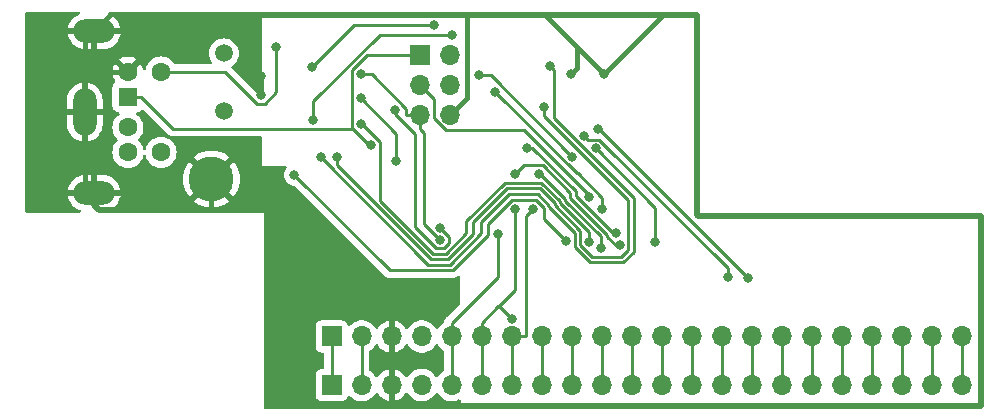
<source format=gbr>
%TF.GenerationSoftware,KiCad,Pcbnew,7.0.10*%
%TF.CreationDate,2024-06-09T02:47:37+01:00*%
%TF.ProjectId,Electron-PS2Slim,456c6563-7472-46f6-9e2d-505332536c69,rev?*%
%TF.SameCoordinates,Original*%
%TF.FileFunction,Copper,L2,Bot*%
%TF.FilePolarity,Positive*%
%FSLAX46Y46*%
G04 Gerber Fmt 4.6, Leading zero omitted, Abs format (unit mm)*
G04 Created by KiCad (PCBNEW 7.0.10) date 2024-06-09 02:47:37*
%MOMM*%
%LPD*%
G01*
G04 APERTURE LIST*
%TA.AperFunction,ComponentPad*%
%ADD10C,3.800000*%
%TD*%
%TA.AperFunction,ComponentPad*%
%ADD11R,1.700000X1.700000*%
%TD*%
%TA.AperFunction,ComponentPad*%
%ADD12O,1.700000X1.700000*%
%TD*%
%TA.AperFunction,ComponentPad*%
%ADD13R,1.600000X1.600000*%
%TD*%
%TA.AperFunction,ComponentPad*%
%ADD14C,1.600000*%
%TD*%
%TA.AperFunction,ComponentPad*%
%ADD15O,3.500000X2.000000*%
%TD*%
%TA.AperFunction,ComponentPad*%
%ADD16O,2.000000X4.000000*%
%TD*%
%TA.AperFunction,ComponentPad*%
%ADD17C,1.500000*%
%TD*%
%TA.AperFunction,ViaPad*%
%ADD18C,0.800000*%
%TD*%
%TA.AperFunction,Conductor*%
%ADD19C,0.500000*%
%TD*%
%TA.AperFunction,Conductor*%
%ADD20C,0.400000*%
%TD*%
%TA.AperFunction,Conductor*%
%ADD21C,0.250000*%
%TD*%
G04 APERTURE END LIST*
D10*
%TO.P,H9,1,1*%
%TO.N,GND*%
X38575000Y-96225000D03*
%TD*%
D11*
%TO.P,CP1,1,Pin_1*%
%TO.N,!RST*%
X48755000Y-113650000D03*
D12*
%TO.P,CP1,2,Pin_2*%
%TO.N,CAPSLOCK*%
X51295000Y-113650000D03*
%TO.P,CP1,3,Pin_3*%
%TO.N,GND*%
X53835000Y-113650000D03*
%TO.P,CP1,4,Pin_4*%
%TO.N,+5V*%
X56375000Y-113650000D03*
%TO.P,CP1,5,Pin_5*%
%TO.N,/ROW0*%
X58915000Y-113650000D03*
%TO.P,CP1,6,Pin_6*%
%TO.N,/ROW1*%
X61455000Y-113650000D03*
%TO.P,CP1,7,Pin_7*%
%TO.N,/ROW2*%
X63995000Y-113650000D03*
%TO.P,CP1,8,Pin_8*%
%TO.N,/ROW3*%
X66535000Y-113650000D03*
%TO.P,CP1,9,Pin_9*%
%TO.N,/A13*%
X69075000Y-113650000D03*
%TO.P,CP1,10,Pin_10*%
%TO.N,/A12*%
X71615000Y-113650000D03*
%TO.P,CP1,11,Pin_11*%
%TO.N,/A11*%
X74155000Y-113650000D03*
%TO.P,CP1,12,Pin_12*%
%TO.N,/A10*%
X76695000Y-113650000D03*
%TO.P,CP1,13,Pin_13*%
%TO.N,/A9*%
X79235000Y-113650000D03*
%TO.P,CP1,14,Pin_14*%
%TO.N,/A8*%
X81775000Y-113650000D03*
%TO.P,CP1,15,Pin_15*%
%TO.N,/A7*%
X84315000Y-113650000D03*
%TO.P,CP1,16,Pin_16*%
%TO.N,/A6*%
X86855000Y-113650000D03*
%TO.P,CP1,17,Pin_17*%
%TO.N,/A5*%
X89395000Y-113650000D03*
%TO.P,CP1,18,Pin_18*%
%TO.N,/A0*%
X91935000Y-113650000D03*
%TO.P,CP1,19,Pin_19*%
%TO.N,/A1*%
X94475000Y-113650000D03*
%TO.P,CP1,20,Pin_20*%
%TO.N,/A2*%
X97015000Y-113650000D03*
%TO.P,CP1,21,Pin_21*%
%TO.N,/A3*%
X99555000Y-113650000D03*
%TO.P,CP1,22,Pin_22*%
%TO.N,/A4*%
X102095000Y-113650000D03*
%TD*%
D11*
%TO.P,CP2,1,Pin_1*%
%TO.N,!RST*%
X48755000Y-109550000D03*
D12*
%TO.P,CP2,2,Pin_2*%
%TO.N,CAPSLOCK*%
X51295000Y-109550000D03*
%TO.P,CP2,3,Pin_3*%
%TO.N,GND*%
X53835000Y-109550000D03*
%TO.P,CP2,4,Pin_4*%
%TO.N,+5V*%
X56375000Y-109550000D03*
%TO.P,CP2,5,Pin_5*%
%TO.N,/ROW0*%
X58915000Y-109550000D03*
%TO.P,CP2,6,Pin_6*%
%TO.N,/ROW1*%
X61455000Y-109550000D03*
%TO.P,CP2,7,Pin_7*%
%TO.N,/ROW2*%
X63995000Y-109550000D03*
%TO.P,CP2,8,Pin_8*%
%TO.N,/ROW3*%
X66535000Y-109550000D03*
%TO.P,CP2,9,Pin_9*%
%TO.N,/A13*%
X69075000Y-109550000D03*
%TO.P,CP2,10,Pin_10*%
%TO.N,/A12*%
X71615000Y-109550000D03*
%TO.P,CP2,11,Pin_11*%
%TO.N,/A11*%
X74155000Y-109550000D03*
%TO.P,CP2,12,Pin_12*%
%TO.N,/A10*%
X76695000Y-109550000D03*
%TO.P,CP2,13,Pin_13*%
%TO.N,/A9*%
X79235000Y-109550000D03*
%TO.P,CP2,14,Pin_14*%
%TO.N,/A8*%
X81775000Y-109550000D03*
%TO.P,CP2,15,Pin_15*%
%TO.N,/A7*%
X84315000Y-109550000D03*
%TO.P,CP2,16,Pin_16*%
%TO.N,/A6*%
X86855000Y-109550000D03*
%TO.P,CP2,17,Pin_17*%
%TO.N,/A5*%
X89395000Y-109550000D03*
%TO.P,CP2,18,Pin_18*%
%TO.N,/A0*%
X91935000Y-109550000D03*
%TO.P,CP2,19,Pin_19*%
%TO.N,/A1*%
X94475000Y-109550000D03*
%TO.P,CP2,20,Pin_20*%
%TO.N,/A2*%
X97015000Y-109550000D03*
%TO.P,CP2,21,Pin_21*%
%TO.N,/A3*%
X99555000Y-109550000D03*
%TO.P,CP2,22,Pin_22*%
%TO.N,/A4*%
X102095000Y-109550000D03*
%TD*%
D11*
%TO.P,J800,1,Pin_1*%
%TO.N,ADMISO*%
X56200000Y-85700000D03*
D12*
%TO.P,J800,2,Pin_2*%
%TO.N,+5V*%
X58740000Y-85700000D03*
%TO.P,J800,3,Pin_3*%
%TO.N,ADSCK*%
X56200000Y-88240000D03*
%TO.P,J800,4,Pin_4*%
%TO.N,ADMOSI*%
X58740000Y-88240000D03*
%TO.P,J800,5,Pin_5*%
%TO.N,ADRESET*%
X56200000Y-90780000D03*
%TO.P,J800,6,Pin_6*%
%TO.N,GND*%
X58740000Y-90780000D03*
%TD*%
D13*
%TO.P,J804,1*%
%TO.N,ADMISO*%
X31500000Y-89250000D03*
D14*
%TO.P,J804,2*%
%TO.N,unconnected-(J804-Pad2)*%
X31500000Y-91850000D03*
%TO.P,J804,3*%
%TO.N,GND*%
X31500000Y-87150000D03*
%TO.P,J804,4*%
%TO.N,+5V*%
X31500000Y-93950000D03*
%TO.P,J804,5*%
%TO.N,PS2-CLK*%
X34300000Y-87150000D03*
%TO.P,J804,6*%
%TO.N,unconnected-(J804-Pad6)*%
X34300000Y-93950000D03*
D15*
%TO.P,J804,7*%
%TO.N,GND*%
X28650000Y-97400000D03*
D16*
X27850000Y-90550000D03*
D15*
X28650000Y-83700000D03*
%TD*%
D17*
%TO.P,Y800,1,1*%
%TO.N,Net-(IC800-XTAL1{slash}PB6)*%
X39625000Y-85575000D03*
%TO.P,Y800,2,2*%
%TO.N,Net-(IC800-XTAL2{slash}PB7)*%
X39625000Y-90455000D03*
%TD*%
D18*
%TO.N,GND*%
X69050000Y-87325000D03*
X42750000Y-89099500D03*
X42749500Y-87500000D03*
X42950000Y-97975500D03*
X71775000Y-87325000D03*
%TO.N,PS2-CLK*%
X44062500Y-85003900D03*
%TO.N,Net-(IC800-AREF)*%
X54235800Y-94684800D03*
X51227400Y-89397500D03*
%TO.N,/ROW0*%
X62800500Y-100889300D03*
%TO.N,AY2*%
X68600000Y-101499000D03*
X45600000Y-95882700D03*
%TO.N,/ROW1*%
X64270800Y-98744200D03*
X63988500Y-108041800D03*
%TO.N,/ROW2*%
X65791600Y-98770100D03*
%TO.N,AX0*%
X51226100Y-91525000D03*
X70515100Y-101509400D03*
%TO.N,AX1*%
X49214500Y-94355300D03*
X66686900Y-90094000D03*
%TO.N,AX2*%
X67200000Y-86675000D03*
X47858000Y-94375200D03*
%TO.N,AY0*%
X47189200Y-91219800D03*
X58962700Y-84018300D03*
%TO.N,/COL0*%
X71515300Y-102048900D03*
X66282300Y-95788600D03*
%TO.N,/COL1*%
X64309700Y-95814200D03*
X73136300Y-101841600D03*
%TO.N,/COL3*%
X71110600Y-93615900D03*
X76152599Y-101547401D03*
%TO.N,/COL4*%
X65253900Y-93559000D03*
X72822800Y-100824200D03*
%TO.N,/COL5*%
X70121900Y-92600100D03*
X82286800Y-104520400D03*
%TO.N,BREAK*%
X57956400Y-100349900D03*
X54098800Y-90350200D03*
%TO.N,/COL12*%
X71280200Y-92025000D03*
X84012800Y-104629300D03*
%TO.N,MTSTROBE*%
X47112900Y-86700000D03*
X57419300Y-83167700D03*
%TO.N,ADMOSI*%
X62608800Y-88827500D03*
X71645100Y-98744900D03*
%TO.N,ADMISO*%
X52075800Y-93322600D03*
%TO.N,ADSCK*%
X70500700Y-97727200D03*
%TO.N,ADRESET*%
X57931100Y-101350100D03*
X51219300Y-87357000D03*
%TO.N,MTDATA*%
X69121000Y-94314100D03*
X61200000Y-87450000D03*
%TD*%
D19*
%TO.N,GND*%
X103700000Y-99325000D02*
X79750000Y-99325000D01*
D20*
X42749500Y-89099000D02*
X42750000Y-89099500D01*
X42950000Y-98675000D02*
X42800000Y-98825000D01*
D19*
X79675000Y-99250000D02*
X79675000Y-82300000D01*
D20*
X27850000Y-87125000D02*
X27850000Y-84500000D01*
D19*
X103700000Y-115400000D02*
X103700000Y-99325000D01*
D20*
X77850000Y-82250000D02*
X77900000Y-82300000D01*
X38575000Y-96225000D02*
X38575000Y-98825000D01*
X71775000Y-87325000D02*
X76850000Y-82250000D01*
D19*
X28650000Y-98450000D02*
X28650000Y-97400000D01*
X43250000Y-98825000D02*
X43250000Y-115400000D01*
X29025000Y-98825000D02*
X28650000Y-98450000D01*
D20*
X69525000Y-86850000D02*
X69050000Y-87325000D01*
D19*
X53625000Y-115400000D02*
X53835000Y-115190000D01*
X42800000Y-98825000D02*
X43250000Y-98825000D01*
X38575000Y-98825000D02*
X29025000Y-98825000D01*
D20*
X69525000Y-85075000D02*
X71775000Y-87325000D01*
X27850000Y-90550000D02*
X27850000Y-96600000D01*
X30100000Y-82250000D02*
X42600000Y-82250000D01*
X42600000Y-87350500D02*
X42749500Y-87500000D01*
D19*
X53835000Y-109550000D02*
X53835000Y-113650000D01*
D20*
X27875000Y-87150000D02*
X27850000Y-87125000D01*
D19*
X77900000Y-82300000D02*
X40925000Y-82300000D01*
D20*
X42749500Y-87500000D02*
X42749500Y-89099000D01*
X60200000Y-89320000D02*
X60200000Y-82250000D01*
X42950000Y-97975500D02*
X42950000Y-98675000D01*
D19*
X79675000Y-82300000D02*
X77900000Y-82300000D01*
D20*
X76850000Y-82250000D02*
X77850000Y-82250000D01*
D19*
X53625000Y-115400000D02*
X103700000Y-115400000D01*
D20*
X60200000Y-82250000D02*
X66700000Y-82250000D01*
X31500000Y-87150000D02*
X27875000Y-87150000D01*
D19*
X79750000Y-99325000D02*
X79675000Y-99250000D01*
D20*
X66700000Y-82250000D02*
X69525000Y-85075000D01*
X42600000Y-82250000D02*
X60200000Y-82250000D01*
D19*
X38575000Y-98825000D02*
X42800000Y-98825000D01*
D20*
X28650000Y-83700000D02*
X30100000Y-82250000D01*
X27850000Y-90550000D02*
X27850000Y-87125000D01*
X58740000Y-90780000D02*
X60200000Y-89320000D01*
X27850000Y-84500000D02*
X28650000Y-83700000D01*
X69525000Y-85075000D02*
X69525000Y-86850000D01*
D19*
X53835000Y-115190000D02*
X53835000Y-113650000D01*
D20*
X27850000Y-96600000D02*
X28650000Y-97400000D01*
D19*
X43250000Y-115400000D02*
X53625000Y-115400000D01*
D20*
X42600000Y-82250000D02*
X42600000Y-87350500D01*
D21*
%TO.N,CAPSLOCK*%
X51295000Y-109550000D02*
X51295000Y-113650000D01*
%TO.N,/A13*%
X69075000Y-109550000D02*
X69075000Y-113650000D01*
%TO.N,/A12*%
X71615000Y-109550000D02*
X71615000Y-113650000D01*
%TO.N,/A11*%
X74155000Y-109550000D02*
X74155000Y-113650000D01*
%TO.N,/A10*%
X76695000Y-109550000D02*
X76695000Y-113650000D01*
%TO.N,/A9*%
X79235000Y-109550000D02*
X79235000Y-113650000D01*
%TO.N,PS2-CLK*%
X44062500Y-88850700D02*
X43081000Y-89832200D01*
X39704200Y-87150000D02*
X34300000Y-87150000D01*
X42386400Y-89832200D02*
X39704200Y-87150000D01*
X44062500Y-85003900D02*
X44062500Y-88850700D01*
X43081000Y-89832200D02*
X42386400Y-89832200D01*
%TO.N,Net-(IC800-AREF)*%
X54235800Y-92405900D02*
X51227400Y-89397500D01*
X54235800Y-94684800D02*
X54235800Y-92405900D01*
%TO.N,/ROW0*%
X58915000Y-109550000D02*
X58915000Y-113650000D01*
X58915000Y-109550000D02*
X58915000Y-108374900D01*
X58915000Y-108374900D02*
X62800500Y-104489400D01*
X62800500Y-104489400D02*
X62800500Y-100889300D01*
%TO.N,AY2*%
X61950900Y-100011200D02*
X63986000Y-97976100D01*
X61950900Y-100999300D02*
X61950900Y-100011200D01*
X53674900Y-103957600D02*
X58992600Y-103957600D01*
X66716700Y-99615700D02*
X68600000Y-101499000D01*
X58992600Y-103957600D02*
X61950900Y-100999300D01*
X45600000Y-95882700D02*
X53674900Y-103957600D01*
X66028900Y-97976100D02*
X66716700Y-98663900D01*
X63986000Y-97976100D02*
X66028900Y-97976100D01*
X66716700Y-98663900D02*
X66716700Y-99615700D01*
%TO.N,/ROW1*%
X64270800Y-105609900D02*
X64270800Y-98744200D01*
X62862900Y-106967000D02*
X62913700Y-106967000D01*
X61455000Y-109550000D02*
X61455000Y-108374900D01*
X62913700Y-106967000D02*
X64270800Y-105609900D01*
X62913700Y-106967000D02*
X63988500Y-108041800D01*
X61455000Y-108374900D02*
X62862900Y-106967000D01*
X61455000Y-113650000D02*
X61455000Y-109550000D01*
%TO.N,/ROW2*%
X65170100Y-99391600D02*
X65791600Y-98770100D01*
X63995000Y-109550000D02*
X63995000Y-113650000D01*
X65170100Y-109550000D02*
X65170100Y-99391600D01*
X63995000Y-109550000D02*
X65170100Y-109550000D01*
%TO.N,AX0*%
X51303700Y-91525000D02*
X52831700Y-93053000D01*
X60150500Y-100816200D02*
X60150500Y-99810300D01*
X63417700Y-96543100D02*
X66507900Y-96543100D01*
X68067000Y-98228600D02*
X70515100Y-100676700D01*
X58408500Y-102558200D02*
X60150500Y-100816200D01*
X51226100Y-91525000D02*
X51303700Y-91525000D01*
X68067000Y-98102200D02*
X68067000Y-98228600D01*
X66507900Y-96543100D02*
X68067000Y-98102200D01*
X70515100Y-100676700D02*
X70515100Y-101509400D01*
X57343900Y-102558200D02*
X58408500Y-102558200D01*
X60150500Y-99810300D02*
X63417700Y-96543100D01*
X52831700Y-93053000D02*
X52831700Y-98046000D01*
X52831700Y-98046000D02*
X57343900Y-102558200D01*
%TO.N,/A8*%
X81775000Y-109550000D02*
X81775000Y-113650000D01*
%TO.N,/ROW3*%
X66535000Y-109550000D02*
X66535000Y-113650000D01*
%TO.N,AX1*%
X73861400Y-98029000D02*
X66686900Y-90854500D01*
X60746300Y-100863600D02*
X60746300Y-99864000D01*
X66686900Y-90854500D02*
X66686900Y-90094000D01*
X70765400Y-102801500D02*
X73253200Y-102801500D01*
X67616900Y-98415100D02*
X69790000Y-100588200D01*
X69790000Y-101826100D02*
X70765400Y-102801500D01*
X66347300Y-97020700D02*
X67616900Y-98290300D01*
X73861400Y-102193300D02*
X73861400Y-98029000D01*
X69790000Y-100588200D02*
X69790000Y-101826100D01*
X49214500Y-94355300D02*
X49214500Y-95065500D01*
X57157400Y-103008400D02*
X58601500Y-103008400D01*
X73253200Y-102801500D02*
X73861400Y-102193300D01*
X67616900Y-98290300D02*
X67616900Y-98415100D01*
X60746300Y-99864000D02*
X63589600Y-97020700D01*
X49214500Y-95065500D02*
X57157400Y-103008400D01*
X63589600Y-97020700D02*
X66347300Y-97020700D01*
X58601500Y-103008400D02*
X60746300Y-100863600D01*
%TO.N,AX2*%
X74323500Y-102398000D02*
X73450300Y-103271200D01*
X69339900Y-100774700D02*
X67166800Y-98601600D01*
X56941400Y-103458600D02*
X47858000Y-94375200D01*
X63757800Y-97515400D02*
X61421400Y-99851800D01*
X74323500Y-97854400D02*
X74323500Y-102398000D01*
X67166800Y-98476900D02*
X66205300Y-97515400D01*
X70598400Y-103271200D02*
X69339900Y-102012700D01*
X67200000Y-86675000D02*
X67540500Y-87015500D01*
X67540500Y-87015500D02*
X67540500Y-91071400D01*
X73450300Y-103271200D02*
X70598400Y-103271200D01*
X67166800Y-98601600D02*
X67166800Y-98476900D01*
X61421400Y-100825100D02*
X58787900Y-103458600D01*
X69339900Y-102012700D02*
X69339900Y-100774700D01*
X58787900Y-103458600D02*
X56941400Y-103458600D01*
X66205300Y-97515400D02*
X63757800Y-97515400D01*
X67540500Y-91071400D02*
X74323500Y-97854400D01*
X61421400Y-99851800D02*
X61421400Y-100825100D01*
%TO.N,AY0*%
X52800400Y-84018300D02*
X58962700Y-84018300D01*
X47189200Y-91219800D02*
X47189200Y-89629500D01*
X47189200Y-89629500D02*
X52800400Y-84018300D01*
%TO.N,/A7*%
X84315000Y-109550000D02*
X84315000Y-113650000D01*
%TO.N,/COL0*%
X68517100Y-98042100D02*
X68517100Y-97915700D01*
X71515300Y-102048900D02*
X71515300Y-101040300D01*
X66390000Y-95788600D02*
X66282300Y-95788600D01*
X68517100Y-97915700D02*
X66390000Y-95788600D01*
X71515300Y-101040300D02*
X68517100Y-98042100D01*
%TO.N,/A6*%
X86855000Y-109550000D02*
X86855000Y-113650000D01*
%TO.N,/A5*%
X89395000Y-109550000D02*
X89395000Y-113650000D01*
%TO.N,/A0*%
X91935000Y-109550000D02*
X91935000Y-113650000D01*
%TO.N,/A1*%
X94475000Y-109550000D02*
X94475000Y-113650000D01*
%TO.N,/A2*%
X97015000Y-109550000D02*
X97015000Y-113650000D01*
%TO.N,/A3*%
X99555000Y-109550000D02*
X99555000Y-113650000D01*
%TO.N,/A4*%
X102095000Y-109550000D02*
X102095000Y-113650000D01*
%TO.N,/COL1*%
X73136300Y-101841600D02*
X73136300Y-101841500D01*
X72097700Y-101124400D02*
X72097700Y-100986100D01*
X73136300Y-101841500D02*
X72814800Y-101841500D01*
X65060600Y-95063300D02*
X64309700Y-95814200D01*
X72814800Y-101841500D02*
X72097700Y-101124400D01*
X68967200Y-97412500D02*
X66618000Y-95063300D01*
X68967200Y-97855600D02*
X68967200Y-97412500D01*
X66618000Y-95063300D02*
X65060600Y-95063300D01*
X72097700Y-100986100D02*
X68967200Y-97855600D01*
%TO.N,!RST*%
X48755000Y-109550000D02*
X48755000Y-113650000D01*
%TO.N,/COL3*%
X76152599Y-101547401D02*
X76152599Y-98657899D01*
X76152599Y-98657899D02*
X71110600Y-93615900D01*
%TO.N,/COL4*%
X69418200Y-97670100D02*
X72572300Y-100824200D01*
X72572300Y-100824200D02*
X72822800Y-100824200D01*
X65253900Y-93559000D02*
X65750300Y-93559000D01*
X69418200Y-97226900D02*
X69418200Y-97670100D01*
X65750300Y-93559000D02*
X69418200Y-97226900D01*
%TO.N,/COL5*%
X70412500Y-92890700D02*
X71418100Y-92890700D01*
X82286800Y-103759400D02*
X82286800Y-104520400D01*
X71418100Y-92890700D02*
X82286800Y-103759400D01*
X70121900Y-92600100D02*
X70412500Y-92890700D01*
%TO.N,BREAK*%
X57561100Y-102077700D02*
X55797000Y-100313600D01*
X55797000Y-100313600D02*
X55797000Y-92404400D01*
X55797000Y-92404400D02*
X54098800Y-90706200D01*
X58229200Y-102077700D02*
X57561100Y-102077700D01*
X54098800Y-90706200D02*
X54098800Y-90350200D01*
X57956400Y-100349900D02*
X58698700Y-101092200D01*
X58698700Y-101608200D02*
X58229200Y-102077700D01*
X58698700Y-101092200D02*
X58698700Y-101608200D01*
%TO.N,/COL12*%
X84012800Y-104629300D02*
X71408500Y-92025000D01*
X71408500Y-92025000D02*
X71280200Y-92025000D01*
%TO.N,MTSTROBE*%
X50645200Y-83167700D02*
X47112900Y-86700000D01*
X57419300Y-83167700D02*
X50645200Y-83167700D01*
%TO.N,ADMOSI*%
X69511900Y-95730600D02*
X62608800Y-88827500D01*
X71645100Y-97791600D02*
X69584100Y-95730600D01*
X69584100Y-95730600D02*
X69511900Y-95730600D01*
X71645100Y-98744900D02*
X71645100Y-97791600D01*
%TO.N,ADMISO*%
X50490000Y-86981600D02*
X51771600Y-85700000D01*
X35353000Y-91977900D02*
X32625100Y-89250000D01*
X50394400Y-91977900D02*
X35353000Y-91977900D01*
X50490000Y-91882300D02*
X51930300Y-93322600D01*
X51771600Y-85700000D02*
X56200000Y-85700000D01*
X31500000Y-89250000D02*
X32625100Y-89250000D01*
X50490000Y-91882300D02*
X50490000Y-86981600D01*
X51930300Y-93322600D02*
X52075800Y-93322600D01*
X50490000Y-91882300D02*
X50394400Y-91977900D01*
%TO.N,ADSCK*%
X65004300Y-92106400D02*
X70500700Y-97602800D01*
X56200000Y-88240000D02*
X57375100Y-89415100D01*
X58404600Y-92106400D02*
X65004300Y-92106400D01*
X57375100Y-89415100D02*
X57375100Y-91076900D01*
X57375100Y-91076900D02*
X58404600Y-92106400D01*
X70500700Y-97602800D02*
X70500700Y-97727200D01*
%TO.N,ADRESET*%
X56200000Y-90780000D02*
X56200000Y-91955100D01*
X55024900Y-90780000D02*
X55024900Y-90250800D01*
X55024900Y-90250800D02*
X52131100Y-87357000D01*
X57931100Y-101350100D02*
X56571300Y-99990300D01*
X56200000Y-90780000D02*
X55024900Y-90780000D01*
X56571300Y-99990300D02*
X56571300Y-92326400D01*
X52131100Y-87357000D02*
X51219300Y-87357000D01*
X56571300Y-92326400D02*
X56200000Y-91955100D01*
%TO.N,MTDATA*%
X61200000Y-87450000D02*
X62256900Y-87450000D01*
X62256900Y-87450000D02*
X69121000Y-94314100D01*
%TD*%
%TA.AperFunction,Conductor*%
%TO.N,GND*%
G36*
X27401966Y-82070185D02*
G01*
X27447721Y-82122989D01*
X27457665Y-82192147D01*
X27428640Y-82255703D01*
X27384737Y-82288056D01*
X27183632Y-82376267D01*
X26975521Y-82512232D01*
X26792635Y-82680592D01*
X26792626Y-82680602D01*
X26639948Y-82876762D01*
X26639942Y-82876771D01*
X26521635Y-83095385D01*
X26521630Y-83095396D01*
X26440916Y-83330507D01*
X26420976Y-83449999D01*
X26420978Y-83450000D01*
X27466314Y-83450000D01*
X27440507Y-83490156D01*
X27400000Y-83628111D01*
X27400000Y-83771889D01*
X27440507Y-83909844D01*
X27466314Y-83950000D01*
X26420977Y-83950000D01*
X26440916Y-84069492D01*
X26521630Y-84304603D01*
X26521635Y-84304614D01*
X26639942Y-84523228D01*
X26639948Y-84523237D01*
X26792626Y-84719397D01*
X26792635Y-84719407D01*
X26975522Y-84887767D01*
X26975521Y-84887767D01*
X27183632Y-85023732D01*
X27411282Y-85123587D01*
X27652261Y-85184612D01*
X27652269Y-85184614D01*
X27837945Y-85199999D01*
X27837961Y-85200000D01*
X28400000Y-85200000D01*
X28400000Y-84200000D01*
X28900000Y-84200000D01*
X28900000Y-85200000D01*
X29462039Y-85200000D01*
X29462054Y-85199999D01*
X29647730Y-85184614D01*
X29647738Y-85184612D01*
X29888717Y-85123587D01*
X30116367Y-85023732D01*
X30324478Y-84887767D01*
X30507364Y-84719407D01*
X30507373Y-84719397D01*
X30660051Y-84523237D01*
X30660057Y-84523228D01*
X30778364Y-84304614D01*
X30778369Y-84304603D01*
X30859083Y-84069492D01*
X30879023Y-83950000D01*
X29833686Y-83950000D01*
X29859493Y-83909844D01*
X29900000Y-83771889D01*
X29900000Y-83628111D01*
X29859493Y-83490156D01*
X29833686Y-83450000D01*
X30879022Y-83450000D01*
X30879023Y-83449999D01*
X30859083Y-83330507D01*
X30778369Y-83095396D01*
X30778364Y-83095385D01*
X30660057Y-82876771D01*
X30660051Y-82876762D01*
X30507373Y-82680602D01*
X30507364Y-82680592D01*
X30324477Y-82512232D01*
X30324478Y-82512232D01*
X30116367Y-82376267D01*
X29915263Y-82288056D01*
X29861777Y-82243100D01*
X29841087Y-82176364D01*
X29859761Y-82109037D01*
X29911871Y-82062493D01*
X29965073Y-82050500D01*
X42751000Y-82050500D01*
X42818039Y-82070185D01*
X42863794Y-82122989D01*
X42875000Y-82174500D01*
X42875000Y-89074700D01*
X42855315Y-89141739D01*
X42802511Y-89187494D01*
X42751000Y-89198700D01*
X42700166Y-89198700D01*
X42633127Y-89179015D01*
X42612485Y-89162381D01*
X40280279Y-86830174D01*
X40246794Y-86768851D01*
X40251778Y-86699159D01*
X40293650Y-86643226D01*
X40296779Y-86640959D01*
X40437038Y-86542749D01*
X40592749Y-86387038D01*
X40719056Y-86206654D01*
X40812120Y-86007076D01*
X40869115Y-85794371D01*
X40888307Y-85575000D01*
X40869115Y-85355629D01*
X40812120Y-85142924D01*
X40719056Y-84943347D01*
X40719054Y-84943344D01*
X40719053Y-84943342D01*
X40655902Y-84853154D01*
X40592749Y-84762962D01*
X40437038Y-84607251D01*
X40256654Y-84480944D01*
X40256650Y-84480942D01*
X40057081Y-84387882D01*
X40057079Y-84387881D01*
X40057076Y-84387880D01*
X39905777Y-84347339D01*
X39844372Y-84330885D01*
X39844365Y-84330884D01*
X39625002Y-84311693D01*
X39624998Y-84311693D01*
X39405634Y-84330884D01*
X39405627Y-84330885D01*
X39192920Y-84387881D01*
X38993346Y-84480944D01*
X38993342Y-84480946D01*
X38812967Y-84607247D01*
X38812960Y-84607252D01*
X38657252Y-84762960D01*
X38657247Y-84762967D01*
X38530946Y-84943342D01*
X38530944Y-84943346D01*
X38437881Y-85142920D01*
X38380885Y-85355627D01*
X38380884Y-85355634D01*
X38361693Y-85574997D01*
X38361693Y-85575002D01*
X38380633Y-85791500D01*
X38380885Y-85794371D01*
X38437880Y-86007076D01*
X38437881Y-86007079D01*
X38437882Y-86007081D01*
X38530942Y-86206650D01*
X38530943Y-86206652D01*
X38611274Y-86321376D01*
X38633601Y-86387582D01*
X38616591Y-86455350D01*
X38565643Y-86503163D01*
X38509699Y-86516500D01*
X35518352Y-86516500D01*
X35451313Y-86496815D01*
X35416779Y-86463626D01*
X35306198Y-86305700D01*
X35144300Y-86143802D01*
X34956749Y-86012477D01*
X34956745Y-86012475D01*
X34749249Y-85915718D01*
X34749238Y-85915714D01*
X34528089Y-85856457D01*
X34528081Y-85856456D01*
X34300002Y-85836502D01*
X34299998Y-85836502D01*
X34071918Y-85856456D01*
X34071910Y-85856457D01*
X33850761Y-85915714D01*
X33850750Y-85915718D01*
X33643254Y-86012475D01*
X33643252Y-86012476D01*
X33572856Y-86061767D01*
X33455700Y-86143802D01*
X33455698Y-86143803D01*
X33455695Y-86143806D01*
X33293806Y-86305695D01*
X33293803Y-86305698D01*
X33293802Y-86305700D01*
X33211767Y-86422856D01*
X33162476Y-86493252D01*
X33162475Y-86493254D01*
X33065718Y-86700750D01*
X33065714Y-86700762D01*
X33015375Y-86888630D01*
X32979010Y-86948290D01*
X32916163Y-86978819D01*
X32846787Y-86970524D01*
X32792909Y-86926039D01*
X32775825Y-86888629D01*
X32726269Y-86703682D01*
X32726264Y-86703668D01*
X32630136Y-86497521D01*
X32630132Y-86497513D01*
X32579025Y-86424526D01*
X31897953Y-87105597D01*
X31885165Y-87024852D01*
X31827641Y-86911955D01*
X31738045Y-86822359D01*
X31625148Y-86764835D01*
X31544401Y-86752046D01*
X32225472Y-86070974D01*
X32152478Y-86019863D01*
X31946331Y-85923735D01*
X31946317Y-85923730D01*
X31726610Y-85864860D01*
X31726599Y-85864858D01*
X31500002Y-85845034D01*
X31499998Y-85845034D01*
X31273400Y-85864858D01*
X31273389Y-85864860D01*
X31053682Y-85923730D01*
X31053673Y-85923734D01*
X30847516Y-86019866D01*
X30847512Y-86019868D01*
X30774526Y-86070973D01*
X30774526Y-86070974D01*
X31455599Y-86752046D01*
X31374852Y-86764835D01*
X31261955Y-86822359D01*
X31172359Y-86911955D01*
X31114835Y-87024852D01*
X31102046Y-87105598D01*
X30420974Y-86424526D01*
X30420973Y-86424526D01*
X30369868Y-86497512D01*
X30369866Y-86497516D01*
X30273734Y-86703673D01*
X30273730Y-86703682D01*
X30214860Y-86923389D01*
X30214858Y-86923400D01*
X30195034Y-87149997D01*
X30195034Y-87150002D01*
X30214858Y-87376599D01*
X30214860Y-87376610D01*
X30273730Y-87596317D01*
X30273734Y-87596326D01*
X30369865Y-87802482D01*
X30420160Y-87874309D01*
X30442487Y-87940515D01*
X30425477Y-88008283D01*
X30392897Y-88044699D01*
X30336739Y-88086738D01*
X30249111Y-88203795D01*
X30198011Y-88340795D01*
X30198011Y-88340797D01*
X30191500Y-88401345D01*
X30191500Y-90098654D01*
X30198011Y-90159202D01*
X30198011Y-90159204D01*
X30242452Y-90278351D01*
X30249111Y-90296204D01*
X30336739Y-90413261D01*
X30453796Y-90500889D01*
X30590799Y-90551989D01*
X30618050Y-90554918D01*
X30651345Y-90558499D01*
X30651362Y-90558500D01*
X30669876Y-90558500D01*
X30736915Y-90578185D01*
X30782670Y-90630989D01*
X30792614Y-90700147D01*
X30763589Y-90763703D01*
X30741004Y-90784071D01*
X30655700Y-90843802D01*
X30655698Y-90843803D01*
X30655695Y-90843806D01*
X30493806Y-91005695D01*
X30362476Y-91193252D01*
X30362475Y-91193254D01*
X30265718Y-91400750D01*
X30265714Y-91400761D01*
X30206457Y-91621910D01*
X30206456Y-91621918D01*
X30186502Y-91849998D01*
X30186502Y-91850001D01*
X30206456Y-92078081D01*
X30206457Y-92078089D01*
X30265714Y-92299238D01*
X30265718Y-92299249D01*
X30339076Y-92456566D01*
X30362477Y-92506749D01*
X30493802Y-92694300D01*
X30493806Y-92694304D01*
X30611821Y-92812319D01*
X30645306Y-92873642D01*
X30640322Y-92943334D01*
X30611821Y-92987681D01*
X30493806Y-93105695D01*
X30493803Y-93105698D01*
X30493802Y-93105700D01*
X30411767Y-93222856D01*
X30362476Y-93293252D01*
X30362475Y-93293254D01*
X30265718Y-93500750D01*
X30265714Y-93500761D01*
X30206457Y-93721910D01*
X30206456Y-93721918D01*
X30186502Y-93949998D01*
X30186502Y-93950001D01*
X30206456Y-94178081D01*
X30206457Y-94178089D01*
X30265714Y-94399238D01*
X30265718Y-94399249D01*
X30310308Y-94494872D01*
X30362477Y-94606749D01*
X30493802Y-94794300D01*
X30655700Y-94956198D01*
X30843251Y-95087523D01*
X30955714Y-95139965D01*
X31050750Y-95184281D01*
X31050752Y-95184281D01*
X31050757Y-95184284D01*
X31271913Y-95243543D01*
X31434832Y-95257796D01*
X31499998Y-95263498D01*
X31500000Y-95263498D01*
X31500002Y-95263498D01*
X31557021Y-95258509D01*
X31728087Y-95243543D01*
X31949243Y-95184284D01*
X32156749Y-95087523D01*
X32344300Y-94956198D01*
X32506198Y-94794300D01*
X32637523Y-94606749D01*
X32734284Y-94399243D01*
X32780225Y-94227788D01*
X32816590Y-94168129D01*
X32879437Y-94137600D01*
X32948813Y-94145895D01*
X33002690Y-94190380D01*
X33019775Y-94227789D01*
X33065714Y-94399238D01*
X33065718Y-94399249D01*
X33110308Y-94494872D01*
X33162477Y-94606749D01*
X33293802Y-94794300D01*
X33455700Y-94956198D01*
X33643251Y-95087523D01*
X33755714Y-95139965D01*
X33850750Y-95184281D01*
X33850752Y-95184281D01*
X33850757Y-95184284D01*
X34071913Y-95243543D01*
X34234832Y-95257796D01*
X34299998Y-95263498D01*
X34300000Y-95263498D01*
X34300002Y-95263498D01*
X34357021Y-95258509D01*
X34528087Y-95243543D01*
X34749243Y-95184284D01*
X34956749Y-95087523D01*
X35144300Y-94956198D01*
X35306198Y-94794300D01*
X35437523Y-94606749D01*
X35534284Y-94399243D01*
X35593543Y-94178087D01*
X35613498Y-93950000D01*
X35593543Y-93721913D01*
X35534284Y-93500757D01*
X35437523Y-93293251D01*
X35306198Y-93105700D01*
X35144300Y-92943802D01*
X34956749Y-92812477D01*
X34956410Y-92812319D01*
X34749249Y-92715718D01*
X34749238Y-92715714D01*
X34528089Y-92656457D01*
X34528081Y-92656456D01*
X34300002Y-92636502D01*
X34299998Y-92636502D01*
X34071918Y-92656456D01*
X34071910Y-92656457D01*
X33850761Y-92715714D01*
X33850750Y-92715718D01*
X33643254Y-92812475D01*
X33643252Y-92812476D01*
X33643251Y-92812477D01*
X33455700Y-92943802D01*
X33455698Y-92943803D01*
X33455695Y-92943806D01*
X33293806Y-93105695D01*
X33293803Y-93105698D01*
X33293802Y-93105700D01*
X33211767Y-93222856D01*
X33162476Y-93293252D01*
X33162475Y-93293254D01*
X33065718Y-93500750D01*
X33065714Y-93500761D01*
X33019775Y-93672210D01*
X32983410Y-93731870D01*
X32920563Y-93762399D01*
X32851187Y-93754104D01*
X32797309Y-93709619D01*
X32780225Y-93672210D01*
X32734285Y-93500761D01*
X32734281Y-93500750D01*
X32637524Y-93293254D01*
X32637523Y-93293252D01*
X32637523Y-93293251D01*
X32506198Y-93105700D01*
X32388179Y-92987681D01*
X32354694Y-92926358D01*
X32359678Y-92856666D01*
X32388179Y-92812319D01*
X32427063Y-92773435D01*
X32506198Y-92694300D01*
X32637523Y-92506749D01*
X32734284Y-92299243D01*
X32793543Y-92078087D01*
X32813498Y-91850000D01*
X32793543Y-91621913D01*
X32734284Y-91400757D01*
X32708004Y-91344400D01*
X32677974Y-91280000D01*
X32637523Y-91193251D01*
X32506198Y-91005700D01*
X32344300Y-90843802D01*
X32258998Y-90784073D01*
X32215375Y-90729497D01*
X32208183Y-90659999D01*
X32239705Y-90597644D01*
X32299935Y-90562231D01*
X32330124Y-90558500D01*
X32348638Y-90558500D01*
X32348654Y-90558499D01*
X32375692Y-90555591D01*
X32409201Y-90551989D01*
X32546204Y-90500889D01*
X32663261Y-90413261D01*
X32675624Y-90396745D01*
X32731553Y-90354875D01*
X32801245Y-90349889D01*
X32862566Y-90383370D01*
X32862571Y-90383375D01*
X34845910Y-92366714D01*
X34855816Y-92379078D01*
X34856026Y-92378905D01*
X34860997Y-92384913D01*
X34861000Y-92384918D01*
X34910701Y-92431590D01*
X34913465Y-92434269D01*
X34933230Y-92454034D01*
X34936504Y-92456573D01*
X34945370Y-92464147D01*
X34977678Y-92494486D01*
X34995567Y-92504320D01*
X35011833Y-92515004D01*
X35027959Y-92527513D01*
X35068616Y-92545107D01*
X35079107Y-92550246D01*
X35117940Y-92571595D01*
X35137718Y-92576673D01*
X35156119Y-92582973D01*
X35174855Y-92591081D01*
X35218630Y-92598013D01*
X35230045Y-92600378D01*
X35272970Y-92611400D01*
X35293384Y-92611400D01*
X35312783Y-92612927D01*
X35332943Y-92616120D01*
X35377057Y-92611950D01*
X35388726Y-92611400D01*
X42751000Y-92611400D01*
X42818039Y-92631085D01*
X42863794Y-92683889D01*
X42875000Y-92735400D01*
X42875000Y-95100000D01*
X44803731Y-95100000D01*
X44870770Y-95119685D01*
X44916525Y-95172489D01*
X44926469Y-95241647D01*
X44897444Y-95305203D01*
X44895881Y-95306972D01*
X44860959Y-95345757D01*
X44765473Y-95511143D01*
X44765470Y-95511150D01*
X44727842Y-95626959D01*
X44706458Y-95692772D01*
X44686496Y-95882700D01*
X44706458Y-96072628D01*
X44706459Y-96072631D01*
X44765470Y-96254249D01*
X44765473Y-96254256D01*
X44860960Y-96419644D01*
X44988747Y-96561566D01*
X45143248Y-96673818D01*
X45317712Y-96751494D01*
X45504513Y-96791200D01*
X45561234Y-96791200D01*
X45628273Y-96810885D01*
X45648914Y-96827518D01*
X49411510Y-100590115D01*
X53167812Y-104346417D01*
X53177716Y-104358778D01*
X53177926Y-104358605D01*
X53182897Y-104364613D01*
X53182900Y-104364618D01*
X53232585Y-104411275D01*
X53235349Y-104413954D01*
X53255123Y-104433729D01*
X53255127Y-104433732D01*
X53255130Y-104433735D01*
X53258412Y-104436281D01*
X53267272Y-104443849D01*
X53299579Y-104474186D01*
X53299581Y-104474187D01*
X53317462Y-104484017D01*
X53333729Y-104494702D01*
X53349860Y-104507215D01*
X53370057Y-104515954D01*
X53390525Y-104524810D01*
X53401004Y-104529944D01*
X53439840Y-104551295D01*
X53459616Y-104556372D01*
X53478023Y-104562674D01*
X53496755Y-104570781D01*
X53540530Y-104577713D01*
X53551945Y-104580078D01*
X53594870Y-104591100D01*
X53615284Y-104591100D01*
X53634683Y-104592627D01*
X53654843Y-104595820D01*
X53698957Y-104591650D01*
X53710626Y-104591100D01*
X58908966Y-104591100D01*
X58924713Y-104592838D01*
X58924739Y-104592568D01*
X58932505Y-104593301D01*
X58932509Y-104593302D01*
X59000617Y-104591160D01*
X59004513Y-104591100D01*
X59032458Y-104591100D01*
X59032460Y-104591099D01*
X59033862Y-104590922D01*
X59036549Y-104590583D01*
X59048208Y-104589664D01*
X59092489Y-104588273D01*
X59112081Y-104582580D01*
X59131138Y-104578632D01*
X59151397Y-104576074D01*
X59192606Y-104559757D01*
X59203643Y-104555979D01*
X59246193Y-104543618D01*
X59263765Y-104533225D01*
X59281232Y-104524668D01*
X59300217Y-104517152D01*
X59336061Y-104491108D01*
X59345830Y-104484692D01*
X59383962Y-104462142D01*
X59395720Y-104450382D01*
X59457041Y-104416894D01*
X59526733Y-104421875D01*
X59582669Y-104463743D01*
X59607090Y-104529206D01*
X59607404Y-104537305D01*
X59620687Y-106721187D01*
X59601410Y-106788345D01*
X59584370Y-106809622D01*
X58526179Y-107867814D01*
X58513820Y-107877718D01*
X58513993Y-107877927D01*
X58507982Y-107882900D01*
X58461338Y-107932569D01*
X58458633Y-107935360D01*
X58438873Y-107955121D01*
X58438858Y-107955138D01*
X58436317Y-107958413D01*
X58428753Y-107967267D01*
X58398420Y-107999571D01*
X58398412Y-107999581D01*
X58388579Y-108017467D01*
X58377903Y-108033720D01*
X58365386Y-108049857D01*
X58365385Y-108049860D01*
X58347785Y-108090529D01*
X58342648Y-108101015D01*
X58321303Y-108139841D01*
X58321303Y-108139842D01*
X58316225Y-108159620D01*
X58309925Y-108178022D01*
X58301818Y-108196757D01*
X58294888Y-108240509D01*
X58292520Y-108251945D01*
X58279560Y-108302425D01*
X58276671Y-108301683D01*
X58254323Y-108352919D01*
X58218254Y-108382385D01*
X58169425Y-108408810D01*
X58169420Y-108408813D01*
X57991761Y-108547092D01*
X57991756Y-108547097D01*
X57839284Y-108712723D01*
X57839276Y-108712734D01*
X57748808Y-108851206D01*
X57695662Y-108896562D01*
X57626431Y-108905986D01*
X57563095Y-108876484D01*
X57541192Y-108851206D01*
X57450723Y-108712734D01*
X57450715Y-108712723D01*
X57298243Y-108547097D01*
X57298238Y-108547092D01*
X57178371Y-108453795D01*
X57120576Y-108408811D01*
X57120575Y-108408810D01*
X57120572Y-108408808D01*
X56922580Y-108301661D01*
X56922577Y-108301659D01*
X56922574Y-108301658D01*
X56922571Y-108301657D01*
X56922569Y-108301656D01*
X56709637Y-108228556D01*
X56487569Y-108191500D01*
X56262431Y-108191500D01*
X56040362Y-108228556D01*
X55827430Y-108301656D01*
X55827419Y-108301661D01*
X55629427Y-108408808D01*
X55629422Y-108408812D01*
X55451761Y-108547092D01*
X55451756Y-108547097D01*
X55299284Y-108712723D01*
X55299276Y-108712734D01*
X55205251Y-108856650D01*
X55152105Y-108902007D01*
X55082873Y-108911430D01*
X55019538Y-108881928D01*
X54999868Y-108859951D01*
X54873113Y-108678926D01*
X54873108Y-108678920D01*
X54706082Y-108511894D01*
X54512578Y-108376399D01*
X54298492Y-108276570D01*
X54298486Y-108276567D01*
X54085000Y-108219364D01*
X54085000Y-109114498D01*
X53977315Y-109065320D01*
X53870763Y-109050000D01*
X53799237Y-109050000D01*
X53692685Y-109065320D01*
X53585000Y-109114498D01*
X53585000Y-108219364D01*
X53584999Y-108219364D01*
X53371513Y-108276567D01*
X53371507Y-108276570D01*
X53157422Y-108376399D01*
X53157420Y-108376400D01*
X52963926Y-108511886D01*
X52963920Y-108511891D01*
X52796891Y-108678920D01*
X52796890Y-108678922D01*
X52670131Y-108859952D01*
X52615554Y-108903577D01*
X52546055Y-108910769D01*
X52483701Y-108879247D01*
X52464752Y-108856656D01*
X52370722Y-108712732D01*
X52370715Y-108712725D01*
X52370715Y-108712723D01*
X52218243Y-108547097D01*
X52218238Y-108547092D01*
X52098371Y-108453795D01*
X52040576Y-108408811D01*
X52040575Y-108408810D01*
X52040572Y-108408808D01*
X51842580Y-108301661D01*
X51842577Y-108301659D01*
X51842574Y-108301658D01*
X51842571Y-108301657D01*
X51842569Y-108301656D01*
X51629637Y-108228556D01*
X51407569Y-108191500D01*
X51182431Y-108191500D01*
X50960362Y-108228556D01*
X50747430Y-108301656D01*
X50747419Y-108301661D01*
X50549427Y-108408808D01*
X50549422Y-108408812D01*
X50371761Y-108547092D01*
X50308548Y-108615760D01*
X50248661Y-108651750D01*
X50178823Y-108649649D01*
X50121207Y-108610124D01*
X50101138Y-108575110D01*
X50055889Y-108453796D01*
X50022214Y-108408812D01*
X49968261Y-108336739D01*
X49851204Y-108249111D01*
X49843638Y-108246289D01*
X49714203Y-108198011D01*
X49653654Y-108191500D01*
X49653638Y-108191500D01*
X47856362Y-108191500D01*
X47856345Y-108191500D01*
X47795797Y-108198011D01*
X47795795Y-108198011D01*
X47658795Y-108249111D01*
X47541739Y-108336739D01*
X47454111Y-108453795D01*
X47403011Y-108590795D01*
X47403011Y-108590797D01*
X47396500Y-108651345D01*
X47396500Y-110448654D01*
X47403011Y-110509202D01*
X47403011Y-110509204D01*
X47454111Y-110646204D01*
X47541739Y-110763261D01*
X47658796Y-110850889D01*
X47795799Y-110901989D01*
X47823050Y-110904918D01*
X47856345Y-110908499D01*
X47856362Y-110908500D01*
X47997500Y-110908500D01*
X48064539Y-110928185D01*
X48110294Y-110980989D01*
X48121500Y-111032500D01*
X48121500Y-112167500D01*
X48101815Y-112234539D01*
X48049011Y-112280294D01*
X47997500Y-112291500D01*
X47856345Y-112291500D01*
X47795797Y-112298011D01*
X47795795Y-112298011D01*
X47658795Y-112349111D01*
X47541739Y-112436739D01*
X47454111Y-112553795D01*
X47403011Y-112690795D01*
X47403011Y-112690797D01*
X47396500Y-112751345D01*
X47396500Y-114548654D01*
X47403011Y-114609202D01*
X47403011Y-114609204D01*
X47454111Y-114746204D01*
X47541739Y-114863261D01*
X47658796Y-114950889D01*
X47795799Y-115001989D01*
X47823050Y-115004918D01*
X47856345Y-115008499D01*
X47856362Y-115008500D01*
X49653638Y-115008500D01*
X49653654Y-115008499D01*
X49680692Y-115005591D01*
X49714201Y-115001989D01*
X49851204Y-114950889D01*
X49968261Y-114863261D01*
X50055889Y-114746204D01*
X50101138Y-114624887D01*
X50143009Y-114568956D01*
X50208474Y-114544539D01*
X50276746Y-114559391D01*
X50308545Y-114584236D01*
X50371760Y-114652906D01*
X50549424Y-114791189D01*
X50549425Y-114791189D01*
X50549427Y-114791191D01*
X50609314Y-114823600D01*
X50747426Y-114898342D01*
X50960365Y-114971444D01*
X51182431Y-115008500D01*
X51407569Y-115008500D01*
X51629635Y-114971444D01*
X51842574Y-114898342D01*
X52040576Y-114791189D01*
X52218240Y-114652906D01*
X52339594Y-114521082D01*
X52370715Y-114487276D01*
X52370715Y-114487275D01*
X52370722Y-114487268D01*
X52464749Y-114343347D01*
X52517894Y-114297994D01*
X52587125Y-114288570D01*
X52650461Y-114318072D01*
X52670130Y-114340048D01*
X52796890Y-114521078D01*
X52963917Y-114688105D01*
X53157421Y-114823600D01*
X53371507Y-114923429D01*
X53371516Y-114923433D01*
X53585000Y-114980634D01*
X53585000Y-114085501D01*
X53692685Y-114134680D01*
X53799237Y-114150000D01*
X53870763Y-114150000D01*
X53977315Y-114134680D01*
X54085000Y-114085501D01*
X54085000Y-114980633D01*
X54298483Y-114923433D01*
X54298492Y-114923429D01*
X54512578Y-114823600D01*
X54706082Y-114688105D01*
X54873105Y-114521082D01*
X54999868Y-114340048D01*
X55054445Y-114296423D01*
X55123944Y-114289231D01*
X55186298Y-114320753D01*
X55205251Y-114343350D01*
X55299276Y-114487265D01*
X55299284Y-114487276D01*
X55425968Y-114624889D01*
X55451760Y-114652906D01*
X55629424Y-114791189D01*
X55629425Y-114791189D01*
X55629427Y-114791191D01*
X55689314Y-114823600D01*
X55827426Y-114898342D01*
X56040365Y-114971444D01*
X56262431Y-115008500D01*
X56487569Y-115008500D01*
X56709635Y-114971444D01*
X56922574Y-114898342D01*
X57120576Y-114791189D01*
X57298240Y-114652906D01*
X57419594Y-114521082D01*
X57450715Y-114487276D01*
X57450715Y-114487275D01*
X57450722Y-114487268D01*
X57541193Y-114348790D01*
X57594338Y-114303437D01*
X57663569Y-114294013D01*
X57726905Y-114323515D01*
X57748804Y-114348787D01*
X57839278Y-114487268D01*
X57839283Y-114487273D01*
X57839284Y-114487276D01*
X57965968Y-114624889D01*
X57991760Y-114652906D01*
X58169424Y-114791189D01*
X58169425Y-114791189D01*
X58169427Y-114791191D01*
X58229314Y-114823600D01*
X58367426Y-114898342D01*
X58580365Y-114971444D01*
X58802431Y-115008500D01*
X59027569Y-115008500D01*
X59249635Y-114971444D01*
X59462574Y-114898342D01*
X59487985Y-114884589D01*
X59556313Y-114869994D01*
X59621686Y-114894656D01*
X59663347Y-114950746D01*
X59671002Y-114992890D01*
X59674238Y-115524746D01*
X59654961Y-115591904D01*
X59602437Y-115637979D01*
X59550240Y-115649500D01*
X43124500Y-115649500D01*
X43057461Y-115629815D01*
X43011706Y-115577011D01*
X43000500Y-115525500D01*
X43000500Y-99099759D01*
X43000528Y-99099616D01*
X43000524Y-99099616D01*
X43000539Y-99075002D01*
X43000541Y-99075000D01*
X43000462Y-99074808D01*
X43000384Y-99074618D01*
X43000380Y-99074614D01*
X43000194Y-99074538D01*
X43000002Y-99074459D01*
X42975446Y-99074459D01*
X42975240Y-99074500D01*
X29892677Y-99074500D01*
X29825638Y-99054815D01*
X29779883Y-99002011D01*
X29769939Y-98932853D01*
X29798964Y-98869297D01*
X29857742Y-98831523D01*
X29862237Y-98830294D01*
X29888716Y-98823588D01*
X30116367Y-98723732D01*
X30324478Y-98587767D01*
X30507364Y-98419407D01*
X30507373Y-98419397D01*
X30660051Y-98223237D01*
X30660057Y-98223228D01*
X30778364Y-98004614D01*
X30778369Y-98004603D01*
X30859083Y-97769492D01*
X30879023Y-97650000D01*
X29833686Y-97650000D01*
X29859493Y-97609844D01*
X29900000Y-97471889D01*
X29900000Y-97328111D01*
X29859493Y-97190156D01*
X29833686Y-97150000D01*
X30879022Y-97150000D01*
X30879023Y-97149999D01*
X30859083Y-97030507D01*
X30778369Y-96795396D01*
X30778364Y-96795385D01*
X30660057Y-96576771D01*
X30660051Y-96576762D01*
X30507373Y-96380602D01*
X30507364Y-96380592D01*
X30338352Y-96225005D01*
X36170255Y-96225005D01*
X36189215Y-96526383D01*
X36189216Y-96526390D01*
X36245805Y-96823040D01*
X36339125Y-97110247D01*
X36339127Y-97110252D01*
X36467704Y-97383491D01*
X36467707Y-97383497D01*
X36629516Y-97638469D01*
X36710311Y-97736133D01*
X37639210Y-96807234D01*
X37739894Y-96948624D01*
X37891932Y-97093592D01*
X37994222Y-97159329D01*
X37061564Y-98091987D01*
X37061565Y-98091989D01*
X37286461Y-98255385D01*
X37286479Y-98255397D01*
X37551109Y-98400878D01*
X37551117Y-98400882D01*
X37831889Y-98512047D01*
X37831892Y-98512048D01*
X38124399Y-98587150D01*
X38423995Y-98624999D01*
X38424007Y-98625000D01*
X38725993Y-98625000D01*
X38726004Y-98624999D01*
X39025600Y-98587150D01*
X39318107Y-98512048D01*
X39318110Y-98512047D01*
X39598882Y-98400882D01*
X39598890Y-98400878D01*
X39863520Y-98255397D01*
X39863530Y-98255390D01*
X40088433Y-98091987D01*
X40088434Y-98091987D01*
X39158307Y-97161859D01*
X39172410Y-97154589D01*
X39337540Y-97024729D01*
X39475110Y-96865965D01*
X39509665Y-96806112D01*
X40439687Y-97736134D01*
X40520486Y-97638464D01*
X40682292Y-97383497D01*
X40682295Y-97383491D01*
X40810872Y-97110252D01*
X40810874Y-97110247D01*
X40904194Y-96823040D01*
X40960783Y-96526390D01*
X40960784Y-96526383D01*
X40979745Y-96225005D01*
X40979745Y-96224994D01*
X40960784Y-95923616D01*
X40960783Y-95923609D01*
X40904194Y-95626959D01*
X40810874Y-95339752D01*
X40810872Y-95339747D01*
X40682295Y-95066508D01*
X40682292Y-95066502D01*
X40520483Y-94811530D01*
X40439686Y-94713864D01*
X39510787Y-95642763D01*
X39410106Y-95501376D01*
X39258068Y-95356408D01*
X39155776Y-95290669D01*
X40088434Y-94358011D01*
X40088433Y-94358009D01*
X39863538Y-94194614D01*
X39863520Y-94194602D01*
X39598890Y-94049121D01*
X39598882Y-94049117D01*
X39318110Y-93937952D01*
X39318107Y-93937951D01*
X39025600Y-93862849D01*
X38726004Y-93825000D01*
X38423995Y-93825000D01*
X38124399Y-93862849D01*
X37831892Y-93937951D01*
X37831889Y-93937952D01*
X37551117Y-94049117D01*
X37551109Y-94049121D01*
X37286476Y-94194604D01*
X37286471Y-94194607D01*
X37061565Y-94358010D01*
X37061564Y-94358011D01*
X37991693Y-95288140D01*
X37977590Y-95295411D01*
X37812460Y-95425271D01*
X37674890Y-95584035D01*
X37640334Y-95643887D01*
X36710311Y-94713864D01*
X36629520Y-94811525D01*
X36629518Y-94811528D01*
X36467707Y-95066502D01*
X36467704Y-95066508D01*
X36339127Y-95339747D01*
X36339125Y-95339752D01*
X36245805Y-95626959D01*
X36189216Y-95923609D01*
X36189215Y-95923616D01*
X36170255Y-96224994D01*
X36170255Y-96225005D01*
X30338352Y-96225005D01*
X30324477Y-96212232D01*
X30324478Y-96212232D01*
X30116367Y-96076267D01*
X29888717Y-95976412D01*
X29647738Y-95915387D01*
X29647730Y-95915385D01*
X29462054Y-95900000D01*
X28900000Y-95900000D01*
X28900000Y-96900000D01*
X28400000Y-96900000D01*
X28400000Y-95900000D01*
X27837945Y-95900000D01*
X27652269Y-95915385D01*
X27652261Y-95915387D01*
X27411282Y-95976412D01*
X27183632Y-96076267D01*
X26975521Y-96212232D01*
X26792635Y-96380592D01*
X26792626Y-96380602D01*
X26639948Y-96576762D01*
X26639942Y-96576771D01*
X26521635Y-96795385D01*
X26521630Y-96795396D01*
X26440916Y-97030507D01*
X26420976Y-97149999D01*
X26420978Y-97150000D01*
X27466314Y-97150000D01*
X27440507Y-97190156D01*
X27400000Y-97328111D01*
X27400000Y-97471889D01*
X27440507Y-97609844D01*
X27466314Y-97650000D01*
X26420977Y-97650000D01*
X26440916Y-97769492D01*
X26521630Y-98004603D01*
X26521635Y-98004614D01*
X26639942Y-98223228D01*
X26639948Y-98223237D01*
X26792626Y-98419397D01*
X26792635Y-98419407D01*
X26975522Y-98587767D01*
X26975521Y-98587767D01*
X27183632Y-98723732D01*
X27411284Y-98823588D01*
X27411283Y-98823588D01*
X27437763Y-98830294D01*
X27497919Y-98865834D01*
X27529311Y-98928254D01*
X27521973Y-98997737D01*
X27478234Y-99052223D01*
X27411982Y-99074412D01*
X27407323Y-99074500D01*
X22949500Y-99074500D01*
X22882461Y-99054815D01*
X22836706Y-99002011D01*
X22825500Y-98950500D01*
X22825500Y-91612054D01*
X26350000Y-91612054D01*
X26365385Y-91797730D01*
X26365387Y-91797738D01*
X26426412Y-92038717D01*
X26526267Y-92266367D01*
X26662232Y-92474478D01*
X26830592Y-92657364D01*
X26830602Y-92657373D01*
X27026762Y-92810051D01*
X27026771Y-92810057D01*
X27245385Y-92928364D01*
X27245396Y-92928369D01*
X27480507Y-93009083D01*
X27599999Y-93029023D01*
X27600000Y-93029022D01*
X27600000Y-91983686D01*
X27640156Y-92009493D01*
X27778111Y-92050000D01*
X27921889Y-92050000D01*
X28059844Y-92009493D01*
X28100000Y-91983686D01*
X28100000Y-93029023D01*
X28219492Y-93009083D01*
X28454603Y-92928369D01*
X28454614Y-92928364D01*
X28673228Y-92810057D01*
X28673237Y-92810051D01*
X28869397Y-92657373D01*
X28869407Y-92657364D01*
X29037767Y-92474478D01*
X29173732Y-92266367D01*
X29273587Y-92038717D01*
X29334612Y-91797738D01*
X29334614Y-91797730D01*
X29349999Y-91612054D01*
X29350000Y-91612039D01*
X29350000Y-90800000D01*
X28350000Y-90800000D01*
X28350000Y-90300000D01*
X29350000Y-90300000D01*
X29350000Y-89487961D01*
X29349999Y-89487945D01*
X29334614Y-89302269D01*
X29334612Y-89302261D01*
X29273587Y-89061282D01*
X29173732Y-88833632D01*
X29037767Y-88625521D01*
X28869407Y-88442635D01*
X28869397Y-88442626D01*
X28673237Y-88289948D01*
X28673228Y-88289942D01*
X28454614Y-88171635D01*
X28454603Y-88171630D01*
X28219492Y-88090916D01*
X28100000Y-88070976D01*
X28100000Y-89116313D01*
X28059844Y-89090507D01*
X27921889Y-89050000D01*
X27778111Y-89050000D01*
X27640156Y-89090507D01*
X27600000Y-89116313D01*
X27600000Y-88070976D01*
X27599999Y-88070976D01*
X27480507Y-88090916D01*
X27245396Y-88171630D01*
X27245385Y-88171635D01*
X27026771Y-88289942D01*
X27026762Y-88289948D01*
X26830602Y-88442626D01*
X26830592Y-88442635D01*
X26662232Y-88625521D01*
X26526267Y-88833632D01*
X26426412Y-89061282D01*
X26365387Y-89302261D01*
X26365385Y-89302269D01*
X26350000Y-89487945D01*
X26350000Y-90300000D01*
X27350000Y-90300000D01*
X27350000Y-90800000D01*
X26350000Y-90800000D01*
X26350000Y-91612054D01*
X22825500Y-91612054D01*
X22825500Y-82174500D01*
X22845185Y-82107461D01*
X22897989Y-82061706D01*
X22949500Y-82050500D01*
X27334927Y-82050500D01*
X27401966Y-82070185D01*
G37*
%TD.AperFunction*%
%TA.AperFunction,Conductor*%
G36*
X54085000Y-110880633D02*
G01*
X54298483Y-110823433D01*
X54298492Y-110823429D01*
X54512578Y-110723600D01*
X54706082Y-110588105D01*
X54873105Y-110421082D01*
X54999868Y-110240048D01*
X55054445Y-110196423D01*
X55123944Y-110189231D01*
X55186298Y-110220753D01*
X55205251Y-110243350D01*
X55299276Y-110387265D01*
X55299284Y-110387276D01*
X55425968Y-110524889D01*
X55451760Y-110552906D01*
X55629424Y-110691189D01*
X55629425Y-110691189D01*
X55629427Y-110691191D01*
X55676516Y-110716674D01*
X55827426Y-110798342D01*
X56040365Y-110871444D01*
X56262431Y-110908500D01*
X56487569Y-110908500D01*
X56709635Y-110871444D01*
X56922574Y-110798342D01*
X57120576Y-110691189D01*
X57298240Y-110552906D01*
X57419594Y-110421082D01*
X57450715Y-110387276D01*
X57450715Y-110387275D01*
X57450722Y-110387268D01*
X57541193Y-110248790D01*
X57594338Y-110203437D01*
X57663569Y-110194013D01*
X57726905Y-110223515D01*
X57748804Y-110248787D01*
X57839278Y-110387268D01*
X57839283Y-110387273D01*
X57839284Y-110387276D01*
X57965968Y-110524889D01*
X57991760Y-110552906D01*
X58169424Y-110691189D01*
X58169426Y-110691190D01*
X58169433Y-110691195D01*
X58216516Y-110716674D01*
X58266107Y-110765892D01*
X58281500Y-110825729D01*
X58281500Y-112374269D01*
X58261815Y-112441308D01*
X58216520Y-112483323D01*
X58169422Y-112508811D01*
X58169422Y-112508812D01*
X57991761Y-112647092D01*
X57991756Y-112647097D01*
X57839284Y-112812723D01*
X57839276Y-112812734D01*
X57748808Y-112951206D01*
X57695662Y-112996562D01*
X57626431Y-113005986D01*
X57563095Y-112976484D01*
X57541192Y-112951206D01*
X57450723Y-112812734D01*
X57450715Y-112812723D01*
X57298243Y-112647097D01*
X57298238Y-112647092D01*
X57120577Y-112508812D01*
X57120572Y-112508808D01*
X56922580Y-112401661D01*
X56922577Y-112401659D01*
X56922574Y-112401658D01*
X56922571Y-112401657D01*
X56922569Y-112401656D01*
X56709637Y-112328556D01*
X56487569Y-112291500D01*
X56262431Y-112291500D01*
X56040362Y-112328556D01*
X55827430Y-112401656D01*
X55827419Y-112401661D01*
X55629427Y-112508808D01*
X55629422Y-112508812D01*
X55451761Y-112647092D01*
X55451756Y-112647097D01*
X55299284Y-112812723D01*
X55299276Y-112812734D01*
X55205251Y-112956650D01*
X55152105Y-113002007D01*
X55082873Y-113011430D01*
X55019538Y-112981928D01*
X54999868Y-112959951D01*
X54873113Y-112778926D01*
X54873108Y-112778920D01*
X54706082Y-112611894D01*
X54512578Y-112476399D01*
X54298492Y-112376570D01*
X54298486Y-112376567D01*
X54085000Y-112319364D01*
X54085000Y-113214498D01*
X53977315Y-113165320D01*
X53870763Y-113150000D01*
X53799237Y-113150000D01*
X53692685Y-113165320D01*
X53585000Y-113214498D01*
X53585000Y-112319364D01*
X53584999Y-112319364D01*
X53371513Y-112376567D01*
X53371507Y-112376570D01*
X53157422Y-112476399D01*
X53157420Y-112476400D01*
X52963926Y-112611886D01*
X52963920Y-112611891D01*
X52796891Y-112778920D01*
X52796890Y-112778922D01*
X52670131Y-112959952D01*
X52615554Y-113003577D01*
X52546055Y-113010769D01*
X52483701Y-112979247D01*
X52464752Y-112956656D01*
X52370722Y-112812732D01*
X52370715Y-112812725D01*
X52370715Y-112812723D01*
X52218243Y-112647097D01*
X52218238Y-112647092D01*
X52040577Y-112508812D01*
X52040577Y-112508811D01*
X51993480Y-112483323D01*
X51943891Y-112434102D01*
X51928500Y-112374269D01*
X51928500Y-110825729D01*
X51948185Y-110758690D01*
X51993484Y-110716674D01*
X52040566Y-110691195D01*
X52040572Y-110691191D01*
X52040576Y-110691189D01*
X52218240Y-110552906D01*
X52339594Y-110421082D01*
X52370715Y-110387276D01*
X52370715Y-110387275D01*
X52370722Y-110387268D01*
X52464749Y-110243347D01*
X52517894Y-110197994D01*
X52587125Y-110188570D01*
X52650461Y-110218072D01*
X52670130Y-110240048D01*
X52796890Y-110421078D01*
X52963917Y-110588105D01*
X53157421Y-110723600D01*
X53371507Y-110823429D01*
X53371516Y-110823433D01*
X53585000Y-110880634D01*
X53585000Y-109985501D01*
X53692685Y-110034680D01*
X53799237Y-110050000D01*
X53870763Y-110050000D01*
X53977315Y-110034680D01*
X54085000Y-109985501D01*
X54085000Y-110880633D01*
G37*
%TD.AperFunction*%
%TD*%
M02*

</source>
